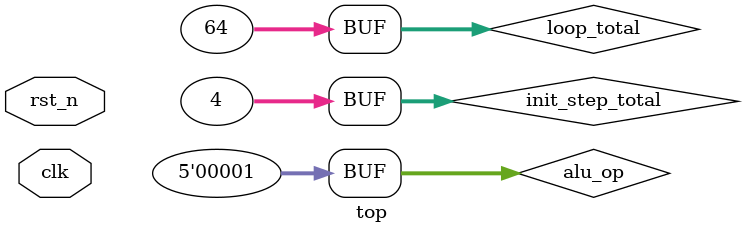
<source format=v>

module top(
	input			clk,
    input			rst_n
);

	// regfile
	reg		[5:0]   	rAddr = 0;
	wire	[31:0]		rDout;
	reg		[5:0]   	wAddr;
	reg		[31:0]  	wDin;
	reg 				wEna;

	REG_FILE reg_file(
		.clk(clk),
		.rst_n(rst_n),
		.rAddr(rAddr),
		.rDout(rDout),
		.wAddr(wAddr),
		.wDin(wDin),
		.wEna(wEna)
	);

	// alu
	wire		[31:0]  	alu_a;
	wire		[31:0]  	alu_b;
	wire		[4:0]   	alu_op;
	wire		[31:0]  	alu_out;

	parameter	A_ADD	= 5'h01; // 符号加

	ALU alu(
		.alu_a(alu_a),
		.alu_b(alu_b),
		.alu_op(alu_op),
		.alu_out(alu_out)
	);

	assign alu_op = A_ADD;
	assign alu_a = buffer;
	assign alu_b = rDout;

	// init

	integer init_step_cnt = 0;
	integer init_step_total = 4;
	reg init_done = 0;

	always @(negedge clk) begin
		if (init_step_cnt < init_step_total) begin
			// init_step_cnt == 0: wait reset
			if (init_step_cnt == 1) begin
				// prepare data for reg0
				wAddr <= 0;
				wDin <= 2;
				wEna <= 1;
			end else if (init_step_cnt == 2) begin
				// prepare data for reg1
				wAddr <= 1;
				wDin <= 2;
				wEna <= 1;
			end else if (init_step_cnt == 3) begin
				// disable wEna
				wEna <= 0;
			end
			init_step_cnt <= init_step_cnt + 1;
		end else begin
			init_done <= 1;
		end
	end

	// data buffer
	reg [31:0] buffer;
	always@(negedge clk) begin
		buffer <= rDout;
	end
	// loop add

	integer loop_cnt = 0;
	integer loop_total = 64; // 2, 3, ..., 63, [we = 0] 

	always @(negedge clk) begin
		if (init_done) begin
			if (loop_cnt == 0) begin
				rAddr <= rAddr + 1;
				loop_cnt <= loop_cnt + 1;
			end else if (loop_cnt < loop_total) begin
				if (loop_cnt != loop_total - 1) begin
					wEna <= 1;
					wAddr <= rAddr + 1;
					wDin <= alu_out;

					rAddr <= rAddr + 1;
				end else begin
					wEna <= 0;
				end
				loop_cnt <= loop_cnt + 1;
			end
		end
	end
endmodule
</source>
